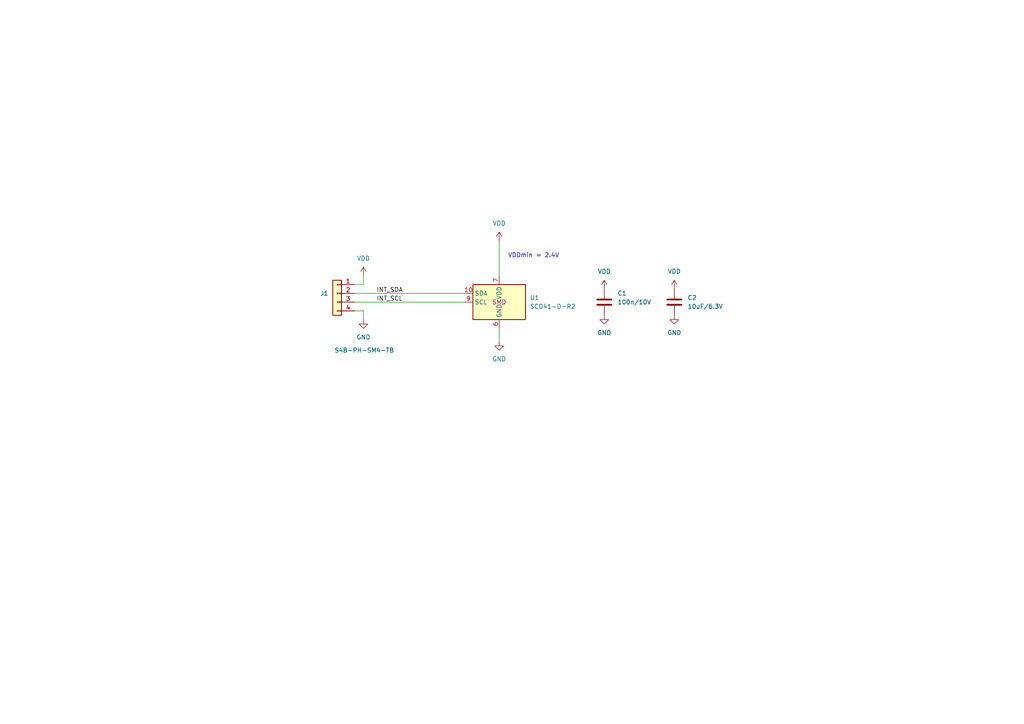
<source format=kicad_sch>
(kicad_sch (version 20230121) (generator eeschema)
  (paper "A4")
  (lib_symbols
    (symbol "AW:100n 10V 0402" (pin_numbers hide) (pin_names (offset 0.254))
      (property "Reference" "C" (at 0.635 2.54 0))
      (property "Value" "100n/10V" (at 0.635 -2.54 0))
      (symbol "100n 10V 0402_0_1"
        (polyline (pts (xy -2.032 -0.762) (xy 2.032 -0.762)) (stroke (width 0.508)))
        (polyline (pts (xy -2.032 0.762) (xy 2.032 0.762)) (stroke (width 0.508)))
      )
      (symbol "100n 10V 0402_1_1"
        (pin passive line (at 0 3.81 270) (length 2.794) (name "~") (number "1"))
        (pin passive line (at 0 -3.81 90) (length 2.794) (name "~") (number "2"))
      )
    )
    (symbol "AW:10uF/6.3V 0402" (pin_numbers hide) (pin_names (offset 0.254))
      (property "Reference" "C" (at 0.635 2.54 0))
      (property "Value" "10uF/6.3V" (at 0.635 -2.54 0))
      (symbol "10uF/6.3V 0402_0_1"
        (polyline (pts (xy -2.032 -0.762) (xy 2.032 -0.762)) (stroke (width 0.508)))
        (polyline (pts (xy -2.032 0.762) (xy 2.032 0.762)) (stroke (width 0.508)))
      )
      (symbol "10uF/6.3V 0402_1_1"
        (pin passive line (at 0 3.81 270) (length 2.794) (name "~") (number "1"))
        (pin passive line (at 0 -3.81 90) (length 2.794) (name "~") (number "2"))
      )
    )
    (symbol "AW:S4B-PH-SM4-TB" (pin_names (offset 1.016) hide)
      (property "Reference" "J" (at 0 7.62 0))
      (property "Value" "S4B-PH-SM4-TB" (at 2.54 -12.7 0))
      (symbol "S4B-PH-SM4-TB_1_1"
        (rectangle (start 0 -7.493) (end 1.27 -7.747) (stroke (width 0.1524)))
        (rectangle (start 0 -4.953) (end 1.27 -5.207) (stroke (width 0.1524)))
        (rectangle (start 0 -2.413) (end 1.27 -2.667) (stroke (width 0.1524)))
        (rectangle (start 0 0.127) (end 1.27 -0.127) (stroke (width 0.1524)))
        (rectangle (start 0 1.27) (end 2.54 -8.89) (stroke (width 0.254)) (fill (type background)))
        (pin passive line (at -3.81 0 0) (length 3.81) (name "Pin_1") (number "1"))
        (pin passive line (at -3.81 -2.54 0) (length 3.81) (name "Pin_2") (number "2"))
        (pin passive line (at -3.81 -5.08 0) (length 3.81) (name "Pin_3") (number "3"))
        (pin passive line (at -3.81 -7.62 0) (length 3.81) (name "Pin_4") (number "4"))
      )
    )
    (symbol "AW:SCD41-D-R2"
      (property "Reference" "U" (at -7.62 6.35 0))
      (property "Value" "SCD41-D-R2" (at 6.985 6.35 0))
      (property "Type" "SMD" (at 0 0 0))
      (symbol "SCD41-D-R2_0_1"
        (rectangle (start 7.62 5.08) (end -7.62 -5.08) (stroke (width 0.254)) (fill (type background)))
      )
      (symbol "SCD41-D-R2_1_1"
        (pin bidirectional line (at 10.16 2.54 180) (length 2.54) (name "SDA") (number "10"))
        (pin passive line (at 0 7.62 270) (length 2.54) hide (name "VDD") (number "19"))
        (pin passive line (at 0 -7.62 90) (length 2.54) hide (name "GND") (number "20"))
        (pin passive line (at 0 -7.62 90) (length 2.54) hide (name "GND") (number "21"))
        (pin power_in line (at 0 -7.62 90) (length 2.54) (name "GND") (number "6"))
        (pin power_in line (at 0 7.62 270) (length 2.54) (name "VDD") (number "7"))
        (pin input line (at 10.16 0 180) (length 2.54) (name "SCL") (number "9"))
      )
    )
    (symbol "power:GND" (power) (pin_names (offset 0))
      (property "Value" "GND" (at 0 -3.81 0))
      (symbol "GND_0_1"
        (polyline (pts (xy 0 0) (xy 0 -1.27) (xy 1.27 -1.27) (xy 0 -2.54) (xy -1.27 -1.27) (xy 0 -1.27)))
      )
      (symbol "GND_1_1"
        (pin power_in line (at 0 0 270) (length 0) hide (name "GND") (number "1"))
      )
    )
    (symbol "power:VDD" (power) (pin_names (offset 0))
      (property "Value" "VDD" (at 0 3.81 0))
      (symbol "VDD_0_1"
        (polyline (pts (xy -0.762 1.27) (xy 0 2.54)))
        (polyline (pts (xy 0 0) (xy 0 2.54)))
        (polyline (pts (xy 0 2.54) (xy 0.762 1.27)))
      )
      (symbol "VDD_1_1"
        (pin power_in line (at 0 0 90) (length 0) hide (name "VDD") (number "1"))
      )
    )
  )
  (wire (pts (xy 102.87 87.63) (xy 134.62 87.63)))
  (wire (pts (xy 102.87 82.55) (xy 105.41 82.55)))
  (wire (pts (xy 144.78 95.25) (xy 144.78 99.06)))
  (wire (pts (xy 105.41 92.71) (xy 105.41 90.17)))
  (wire (pts (xy 105.41 82.55) (xy 105.41 80.01)))
  (wire (pts (xy 102.87 85.09) (xy 134.62 85.09)))
  (wire (pts (xy 144.78 69.85) (xy 144.78 80.01)))
  (wire (pts (xy 105.41 90.17) (xy 102.87 90.17)))
  (text "VDDmin = 2.4V" (at 147.32 74.93 0) (effects (font (size 1.27 1.27)) (justify left bottom)))
  (label "INT_SCL" (at 109.22 87.63 0))
  (label "INT_SDA" (at 109.22 85.09 0))
  (symbol (lib_id "power:GND") (at 195.58 91.44 0) (unit 1)
    (property "Reference" "#PWR08" (effects hide))
    (property "Value" "GND" (at 195.58 96.52 0))
  )
  (symbol (lib_id "power:VDD") (at 175.26 83.82 0) (unit 1)
    (property "Reference" "#PWR05" (effects hide))
    (property "Value" "VDD" (at 175.26 78.74 0))
  )
  (symbol (lib_id "power:GND") (at 105.41 92.71 0) (unit 1)
    (property "Reference" "#PWR02" (effects hide))
    (property "Value" "GND" (at 105.41 97.79 0))
  )
  (symbol (lib_id "power:GND") (at 175.26 91.44 0) (unit 1)
    (property "Reference" "#PWR06" (effects hide))
    (property "Value" "GND" (at 175.26 96.52 0))
  )
  (symbol (lib_id "AW:SCD41-D-R2") (at 144.78 87.63 0) (mirror y) (unit 1)
    (property "Reference" "U1" (at 153.67 86.36 0) (effects (justify right)))
    (property "Value" "SCD41-D-R2" (at 153.67 88.9 0) (effects (justify right)))
    (property "Footprint" "AW:Sensirion_SCD4x-1EP_10.1x10.1mm_P1.25mm_EP4.8x4.8mm" (effects hide))
    (property "Datasheet" "https://sensirion.com/media/documents/E0F04247/631EF271/CD_DS_SCD40_SCD41_Datasheet_D1.pdf" (effects hide))
    (property "Code" "AW-00001" (effects hide))
    (property "MPN" "SCD41-D-R2" (effects hide))
    (property "Type" "SMD" (at 144.78 87.63 0))
  )
  (symbol (lib_id "power:VDD") (at 144.78 69.85 0) (unit 1)
    (property "Reference" "#PWR03" (effects hide))
    (property "Value" "VDD" (at 144.78 64.77 0))
  )
  (symbol (lib_id "power:GND") (at 144.78 99.06 0) (unit 1)
    (property "Reference" "#PWR04" (effects hide))
    (property "Value" "GND" (at 144.78 104.14 0))
  )
  (symbol (lib_id "power:VDD") (at 195.58 83.82 0) (unit 1)
    (property "Reference" "#PWR07" (effects hide))
    (property "Value" "VDD" (at 195.58 78.74 0))
  )
  (symbol (lib_id "AW:10uF/6.3V 0402") (at 195.58 87.63 0) (unit 1)
    (property "Reference" "C2" (at 199.39 86.36 0) (effects (justify left)))
    (property "Value" "10uF/6.3V" (at 199.39 88.9 0) (effects (justify left)))
    (property "Footprint" "AW:C0402" (effects hide))
    (property "Datasheet" "https://search.murata.co.jp/Ceramy/image/img/A01X/G101/ENG/GRM155R60J106ME05-01A.pdf" (effects hide))
    (property "Code" "AW-00013" (effects hide))
    (property "Type" "SMD" (effects hide))
  )
  (symbol (lib_id "AW:100n 10V 0402") (at 175.26 87.63 0) (unit 1)
    (property "Reference" "C1" (at 179.07 85.09 0) (effects (justify left)))
    (property "Value" "100n/10V" (at 179.07 87.63 0) (effects (justify left)))
    (property "Footprint" "AW:C0402" (effects hide))
    (property "Datasheet" "https://mm.digikey.com/Volume0/opasdata/d220001/medias/docus/5458/CL05B104KP5VPNC_Spec.pdf" (effects hide))
    (property "Code" "AW-00003" (effects hide))
    (property "Type" "SMD" (effects hide))
    (property "MPN" "CL05B104KP5NNNC" (effects hide))
  )
  (symbol (lib_id "power:VDD") (at 105.41 80.01 0) (unit 1)
    (property "Reference" "#PWR01" (effects hide))
    (property "Value" "VDD" (at 105.41 74.93 0))
  )
  (symbol (lib_id "AW:S4B-PH-SM4-TB") (at 99.06 82.55 0) (mirror y) (unit 1)
    (property "Reference" "J1" (at 95.25 85.09 0) (effects (justify left)))
    (property "Value" "S4B-PH-SM4-TB" (at 114.3 101.6 0) (effects (justify left)))
    (property "Footprint" "AW:JST_PH_S4B-PH-SM4-TB_1x04-1MP_P2.00mm_Horizontal" (effects hide))
    (property "Datasheet" "https://www.farnell.com/datasheets/1699381.pdf" (effects hide))
    (property "Code" "AW-00031" (effects hide))
    (property "MPN" "S4B-PH-SM4-TB" (effects hide))
    (property "Type" "SMD" (effects hide))
  )
)
</source>
